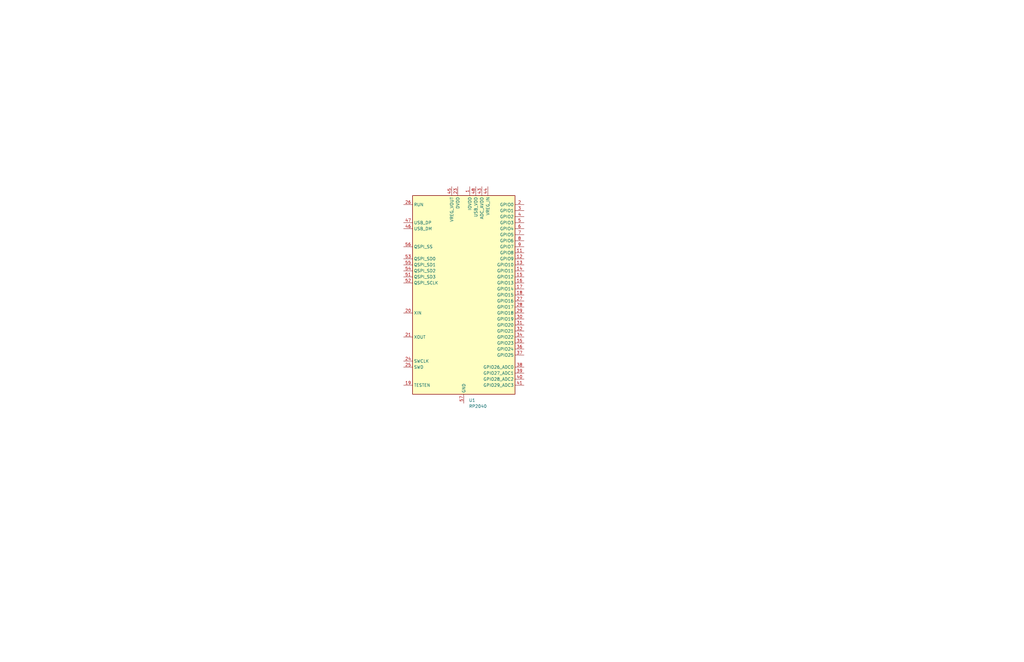
<source format=kicad_sch>
(kicad_sch
	(version 20250114)
	(generator "eeschema")
	(generator_version "9.0")
	(uuid "71d46858-c1d3-4044-8b5a-4338b45f747c")
	(paper "B")
	(title_block
		(title "Microcontroller")
		(date "2026-01-02")
		(rev "0.0")
		(company "Andy McCann KA3KAF and Doug McCann KA3KAG")
	)
	(lib_symbols
		(symbol "MCU_RaspberryPi:RP2040"
			(exclude_from_sim no)
			(in_bom yes)
			(on_board yes)
			(property "Reference" "U"
				(at 17.78 45.72 0)
				(effects
					(font
						(size 1.27 1.27)
					)
				)
			)
			(property "Value" "RP2040"
				(at 17.78 43.18 0)
				(effects
					(font
						(size 1.27 1.27)
					)
				)
			)
			(property "Footprint" "Package_DFN_QFN:QFN-56-1EP_7x7mm_P0.4mm_EP3.2x3.2mm"
				(at 0 0 0)
				(effects
					(font
						(size 1.27 1.27)
					)
					(hide yes)
				)
			)
			(property "Datasheet" "https://datasheets.raspberrypi.com/rp2040/rp2040-datasheet.pdf"
				(at 0 0 0)
				(effects
					(font
						(size 1.27 1.27)
					)
					(hide yes)
				)
			)
			(property "Description" "A microcontroller by Raspberry Pi"
				(at 0 0 0)
				(effects
					(font
						(size 1.27 1.27)
					)
					(hide yes)
				)
			)
			(property "ki_keywords" "RP2040 ARM Cortex-M0+ USB"
				(at 0 0 0)
				(effects
					(font
						(size 1.27 1.27)
					)
					(hide yes)
				)
			)
			(property "ki_fp_filters" "QFN*1EP*7x7mm?P0.4mm*"
				(at 0 0 0)
				(effects
					(font
						(size 1.27 1.27)
					)
					(hide yes)
				)
			)
			(symbol "RP2040_0_1"
				(rectangle
					(start -21.59 41.91)
					(end 21.59 -41.91)
					(stroke
						(width 0.254)
						(type default)
					)
					(fill
						(type background)
					)
				)
			)
			(symbol "RP2040_1_1"
				(pin input line
					(at -25.4 38.1 0)
					(length 3.81)
					(name "RUN"
						(effects
							(font
								(size 1.27 1.27)
							)
						)
					)
					(number "26"
						(effects
							(font
								(size 1.27 1.27)
							)
						)
					)
				)
				(pin bidirectional line
					(at -25.4 30.48 0)
					(length 3.81)
					(name "USB_DP"
						(effects
							(font
								(size 1.27 1.27)
							)
						)
					)
					(number "47"
						(effects
							(font
								(size 1.27 1.27)
							)
						)
					)
				)
				(pin bidirectional line
					(at -25.4 27.94 0)
					(length 3.81)
					(name "USB_DM"
						(effects
							(font
								(size 1.27 1.27)
							)
						)
					)
					(number "46"
						(effects
							(font
								(size 1.27 1.27)
							)
						)
					)
				)
				(pin bidirectional line
					(at -25.4 20.32 0)
					(length 3.81)
					(name "QSPI_SS"
						(effects
							(font
								(size 1.27 1.27)
							)
						)
					)
					(number "56"
						(effects
							(font
								(size 1.27 1.27)
							)
						)
					)
				)
				(pin bidirectional line
					(at -25.4 15.24 0)
					(length 3.81)
					(name "QSPI_SD0"
						(effects
							(font
								(size 1.27 1.27)
							)
						)
					)
					(number "53"
						(effects
							(font
								(size 1.27 1.27)
							)
						)
					)
				)
				(pin bidirectional line
					(at -25.4 12.7 0)
					(length 3.81)
					(name "QSPI_SD1"
						(effects
							(font
								(size 1.27 1.27)
							)
						)
					)
					(number "55"
						(effects
							(font
								(size 1.27 1.27)
							)
						)
					)
				)
				(pin bidirectional line
					(at -25.4 10.16 0)
					(length 3.81)
					(name "QSPI_SD2"
						(effects
							(font
								(size 1.27 1.27)
							)
						)
					)
					(number "54"
						(effects
							(font
								(size 1.27 1.27)
							)
						)
					)
				)
				(pin bidirectional line
					(at -25.4 7.62 0)
					(length 3.81)
					(name "QSPI_SD3"
						(effects
							(font
								(size 1.27 1.27)
							)
						)
					)
					(number "51"
						(effects
							(font
								(size 1.27 1.27)
							)
						)
					)
				)
				(pin output line
					(at -25.4 5.08 0)
					(length 3.81)
					(name "QSPI_SCLK"
						(effects
							(font
								(size 1.27 1.27)
							)
						)
					)
					(number "52"
						(effects
							(font
								(size 1.27 1.27)
							)
						)
					)
				)
				(pin input line
					(at -25.4 -7.62 0)
					(length 3.81)
					(name "XIN"
						(effects
							(font
								(size 1.27 1.27)
							)
						)
					)
					(number "20"
						(effects
							(font
								(size 1.27 1.27)
							)
						)
					)
				)
				(pin passive line
					(at -25.4 -17.78 0)
					(length 3.81)
					(name "XOUT"
						(effects
							(font
								(size 1.27 1.27)
							)
						)
					)
					(number "21"
						(effects
							(font
								(size 1.27 1.27)
							)
						)
					)
				)
				(pin input line
					(at -25.4 -27.94 0)
					(length 3.81)
					(name "SWCLK"
						(effects
							(font
								(size 1.27 1.27)
							)
						)
					)
					(number "24"
						(effects
							(font
								(size 1.27 1.27)
							)
						)
					)
				)
				(pin bidirectional line
					(at -25.4 -30.48 0)
					(length 3.81)
					(name "SWD"
						(effects
							(font
								(size 1.27 1.27)
							)
						)
					)
					(number "25"
						(effects
							(font
								(size 1.27 1.27)
							)
						)
					)
				)
				(pin input line
					(at -25.4 -38.1 0)
					(length 3.81)
					(name "TESTEN"
						(effects
							(font
								(size 1.27 1.27)
							)
						)
					)
					(number "19"
						(effects
							(font
								(size 1.27 1.27)
							)
						)
					)
				)
				(pin power_out line
					(at -5.08 45.72 270)
					(length 3.81)
					(name "VREG_VOUT"
						(effects
							(font
								(size 1.27 1.27)
							)
						)
					)
					(number "45"
						(effects
							(font
								(size 1.27 1.27)
							)
						)
					)
				)
				(pin power_in line
					(at -2.54 45.72 270)
					(length 3.81)
					(name "DVDD"
						(effects
							(font
								(size 1.27 1.27)
							)
						)
					)
					(number "23"
						(effects
							(font
								(size 1.27 1.27)
							)
						)
					)
				)
				(pin passive line
					(at -2.54 45.72 270)
					(length 3.81)
					(hide yes)
					(name "DVDD"
						(effects
							(font
								(size 1.27 1.27)
							)
						)
					)
					(number "50"
						(effects
							(font
								(size 1.27 1.27)
							)
						)
					)
				)
				(pin power_in line
					(at 0 -45.72 90)
					(length 3.81)
					(name "GND"
						(effects
							(font
								(size 1.27 1.27)
							)
						)
					)
					(number "57"
						(effects
							(font
								(size 1.27 1.27)
							)
						)
					)
				)
				(pin power_in line
					(at 2.54 45.72 270)
					(length 3.81)
					(name "IOVDD"
						(effects
							(font
								(size 1.27 1.27)
							)
						)
					)
					(number "1"
						(effects
							(font
								(size 1.27 1.27)
							)
						)
					)
				)
				(pin passive line
					(at 2.54 45.72 270)
					(length 3.81)
					(hide yes)
					(name "IOVDD"
						(effects
							(font
								(size 1.27 1.27)
							)
						)
					)
					(number "10"
						(effects
							(font
								(size 1.27 1.27)
							)
						)
					)
				)
				(pin passive line
					(at 2.54 45.72 270)
					(length 3.81)
					(hide yes)
					(name "IOVDD"
						(effects
							(font
								(size 1.27 1.27)
							)
						)
					)
					(number "22"
						(effects
							(font
								(size 1.27 1.27)
							)
						)
					)
				)
				(pin passive line
					(at 2.54 45.72 270)
					(length 3.81)
					(hide yes)
					(name "IOVDD"
						(effects
							(font
								(size 1.27 1.27)
							)
						)
					)
					(number "33"
						(effects
							(font
								(size 1.27 1.27)
							)
						)
					)
				)
				(pin passive line
					(at 2.54 45.72 270)
					(length 3.81)
					(hide yes)
					(name "IOVDD"
						(effects
							(font
								(size 1.27 1.27)
							)
						)
					)
					(number "42"
						(effects
							(font
								(size 1.27 1.27)
							)
						)
					)
				)
				(pin passive line
					(at 2.54 45.72 270)
					(length 3.81)
					(hide yes)
					(name "IOVDD"
						(effects
							(font
								(size 1.27 1.27)
							)
						)
					)
					(number "49"
						(effects
							(font
								(size 1.27 1.27)
							)
						)
					)
				)
				(pin power_in line
					(at 5.08 45.72 270)
					(length 3.81)
					(name "USB_VDD"
						(effects
							(font
								(size 1.27 1.27)
							)
						)
					)
					(number "48"
						(effects
							(font
								(size 1.27 1.27)
							)
						)
					)
				)
				(pin power_in line
					(at 7.62 45.72 270)
					(length 3.81)
					(name "ADC_AVDD"
						(effects
							(font
								(size 1.27 1.27)
							)
						)
					)
					(number "43"
						(effects
							(font
								(size 1.27 1.27)
							)
						)
					)
				)
				(pin power_in line
					(at 10.16 45.72 270)
					(length 3.81)
					(name "VREG_IN"
						(effects
							(font
								(size 1.27 1.27)
							)
						)
					)
					(number "44"
						(effects
							(font
								(size 1.27 1.27)
							)
						)
					)
				)
				(pin bidirectional line
					(at 25.4 38.1 180)
					(length 3.81)
					(name "GPIO0"
						(effects
							(font
								(size 1.27 1.27)
							)
						)
					)
					(number "2"
						(effects
							(font
								(size 1.27 1.27)
							)
						)
					)
				)
				(pin bidirectional line
					(at 25.4 35.56 180)
					(length 3.81)
					(name "GPIO1"
						(effects
							(font
								(size 1.27 1.27)
							)
						)
					)
					(number "3"
						(effects
							(font
								(size 1.27 1.27)
							)
						)
					)
				)
				(pin bidirectional line
					(at 25.4 33.02 180)
					(length 3.81)
					(name "GPIO2"
						(effects
							(font
								(size 1.27 1.27)
							)
						)
					)
					(number "4"
						(effects
							(font
								(size 1.27 1.27)
							)
						)
					)
				)
				(pin bidirectional line
					(at 25.4 30.48 180)
					(length 3.81)
					(name "GPIO3"
						(effects
							(font
								(size 1.27 1.27)
							)
						)
					)
					(number "5"
						(effects
							(font
								(size 1.27 1.27)
							)
						)
					)
				)
				(pin bidirectional line
					(at 25.4 27.94 180)
					(length 3.81)
					(name "GPIO4"
						(effects
							(font
								(size 1.27 1.27)
							)
						)
					)
					(number "6"
						(effects
							(font
								(size 1.27 1.27)
							)
						)
					)
				)
				(pin bidirectional line
					(at 25.4 25.4 180)
					(length 3.81)
					(name "GPIO5"
						(effects
							(font
								(size 1.27 1.27)
							)
						)
					)
					(number "7"
						(effects
							(font
								(size 1.27 1.27)
							)
						)
					)
				)
				(pin bidirectional line
					(at 25.4 22.86 180)
					(length 3.81)
					(name "GPIO6"
						(effects
							(font
								(size 1.27 1.27)
							)
						)
					)
					(number "8"
						(effects
							(font
								(size 1.27 1.27)
							)
						)
					)
				)
				(pin bidirectional line
					(at 25.4 20.32 180)
					(length 3.81)
					(name "GPIO7"
						(effects
							(font
								(size 1.27 1.27)
							)
						)
					)
					(number "9"
						(effects
							(font
								(size 1.27 1.27)
							)
						)
					)
				)
				(pin bidirectional line
					(at 25.4 17.78 180)
					(length 3.81)
					(name "GPIO8"
						(effects
							(font
								(size 1.27 1.27)
							)
						)
					)
					(number "11"
						(effects
							(font
								(size 1.27 1.27)
							)
						)
					)
				)
				(pin bidirectional line
					(at 25.4 15.24 180)
					(length 3.81)
					(name "GPIO9"
						(effects
							(font
								(size 1.27 1.27)
							)
						)
					)
					(number "12"
						(effects
							(font
								(size 1.27 1.27)
							)
						)
					)
				)
				(pin bidirectional line
					(at 25.4 12.7 180)
					(length 3.81)
					(name "GPIO10"
						(effects
							(font
								(size 1.27 1.27)
							)
						)
					)
					(number "13"
						(effects
							(font
								(size 1.27 1.27)
							)
						)
					)
				)
				(pin bidirectional line
					(at 25.4 10.16 180)
					(length 3.81)
					(name "GPIO11"
						(effects
							(font
								(size 1.27 1.27)
							)
						)
					)
					(number "14"
						(effects
							(font
								(size 1.27 1.27)
							)
						)
					)
				)
				(pin bidirectional line
					(at 25.4 7.62 180)
					(length 3.81)
					(name "GPIO12"
						(effects
							(font
								(size 1.27 1.27)
							)
						)
					)
					(number "15"
						(effects
							(font
								(size 1.27 1.27)
							)
						)
					)
				)
				(pin bidirectional line
					(at 25.4 5.08 180)
					(length 3.81)
					(name "GPIO13"
						(effects
							(font
								(size 1.27 1.27)
							)
						)
					)
					(number "16"
						(effects
							(font
								(size 1.27 1.27)
							)
						)
					)
				)
				(pin bidirectional line
					(at 25.4 2.54 180)
					(length 3.81)
					(name "GPIO14"
						(effects
							(font
								(size 1.27 1.27)
							)
						)
					)
					(number "17"
						(effects
							(font
								(size 1.27 1.27)
							)
						)
					)
				)
				(pin bidirectional line
					(at 25.4 0 180)
					(length 3.81)
					(name "GPIO15"
						(effects
							(font
								(size 1.27 1.27)
							)
						)
					)
					(number "18"
						(effects
							(font
								(size 1.27 1.27)
							)
						)
					)
				)
				(pin bidirectional line
					(at 25.4 -2.54 180)
					(length 3.81)
					(name "GPIO16"
						(effects
							(font
								(size 1.27 1.27)
							)
						)
					)
					(number "27"
						(effects
							(font
								(size 1.27 1.27)
							)
						)
					)
				)
				(pin bidirectional line
					(at 25.4 -5.08 180)
					(length 3.81)
					(name "GPIO17"
						(effects
							(font
								(size 1.27 1.27)
							)
						)
					)
					(number "28"
						(effects
							(font
								(size 1.27 1.27)
							)
						)
					)
				)
				(pin bidirectional line
					(at 25.4 -7.62 180)
					(length 3.81)
					(name "GPIO18"
						(effects
							(font
								(size 1.27 1.27)
							)
						)
					)
					(number "29"
						(effects
							(font
								(size 1.27 1.27)
							)
						)
					)
				)
				(pin bidirectional line
					(at 25.4 -10.16 180)
					(length 3.81)
					(name "GPIO19"
						(effects
							(font
								(size 1.27 1.27)
							)
						)
					)
					(number "30"
						(effects
							(font
								(size 1.27 1.27)
							)
						)
					)
				)
				(pin bidirectional line
					(at 25.4 -12.7 180)
					(length 3.81)
					(name "GPIO20"
						(effects
							(font
								(size 1.27 1.27)
							)
						)
					)
					(number "31"
						(effects
							(font
								(size 1.27 1.27)
							)
						)
					)
				)
				(pin bidirectional line
					(at 25.4 -15.24 180)
					(length 3.81)
					(name "GPIO21"
						(effects
							(font
								(size 1.27 1.27)
							)
						)
					)
					(number "32"
						(effects
							(font
								(size 1.27 1.27)
							)
						)
					)
				)
				(pin bidirectional line
					(at 25.4 -17.78 180)
					(length 3.81)
					(name "GPIO22"
						(effects
							(font
								(size 1.27 1.27)
							)
						)
					)
					(number "34"
						(effects
							(font
								(size 1.27 1.27)
							)
						)
					)
				)
				(pin bidirectional line
					(at 25.4 -20.32 180)
					(length 3.81)
					(name "GPIO23"
						(effects
							(font
								(size 1.27 1.27)
							)
						)
					)
					(number "35"
						(effects
							(font
								(size 1.27 1.27)
							)
						)
					)
				)
				(pin bidirectional line
					(at 25.4 -22.86 180)
					(length 3.81)
					(name "GPIO24"
						(effects
							(font
								(size 1.27 1.27)
							)
						)
					)
					(number "36"
						(effects
							(font
								(size 1.27 1.27)
							)
						)
					)
				)
				(pin bidirectional line
					(at 25.4 -25.4 180)
					(length 3.81)
					(name "GPIO25"
						(effects
							(font
								(size 1.27 1.27)
							)
						)
					)
					(number "37"
						(effects
							(font
								(size 1.27 1.27)
							)
						)
					)
				)
				(pin bidirectional line
					(at 25.4 -30.48 180)
					(length 3.81)
					(name "GPIO26_ADC0"
						(effects
							(font
								(size 1.27 1.27)
							)
						)
					)
					(number "38"
						(effects
							(font
								(size 1.27 1.27)
							)
						)
					)
				)
				(pin bidirectional line
					(at 25.4 -33.02 180)
					(length 3.81)
					(name "GPIO27_ADC1"
						(effects
							(font
								(size 1.27 1.27)
							)
						)
					)
					(number "39"
						(effects
							(font
								(size 1.27 1.27)
							)
						)
					)
				)
				(pin bidirectional line
					(at 25.4 -35.56 180)
					(length 3.81)
					(name "GPIO28_ADC2"
						(effects
							(font
								(size 1.27 1.27)
							)
						)
					)
					(number "40"
						(effects
							(font
								(size 1.27 1.27)
							)
						)
					)
				)
				(pin bidirectional line
					(at 25.4 -38.1 180)
					(length 3.81)
					(name "GPIO29_ADC3"
						(effects
							(font
								(size 1.27 1.27)
							)
						)
					)
					(number "41"
						(effects
							(font
								(size 1.27 1.27)
							)
						)
					)
				)
			)
			(embedded_fonts no)
		)
	)
	(symbol
		(lib_id "MCU_RaspberryPi:RP2040")
		(at 195.58 124.46 0)
		(unit 1)
		(exclude_from_sim no)
		(in_bom yes)
		(on_board yes)
		(dnp no)
		(fields_autoplaced yes)
		(uuid "d16b5bf7-70e8-4d98-87cb-20dae15f2311")
		(property "Reference" "U1"
			(at 197.7233 168.91 0)
			(effects
				(font
					(size 1.27 1.27)
				)
				(justify left)
			)
		)
		(property "Value" "RP2040"
			(at 197.7233 171.45 0)
			(effects
				(font
					(size 1.27 1.27)
				)
				(justify left)
			)
		)
		(property "Footprint" "Package_DFN_QFN:QFN-56-1EP_7x7mm_P0.4mm_EP3.2x3.2mm"
			(at 195.58 124.46 0)
			(effects
				(font
					(size 1.27 1.27)
				)
				(hide yes)
			)
		)
		(property "Datasheet" "https://datasheets.raspberrypi.com/rp2040/rp2040-datasheet.pdf"
			(at 195.58 124.46 0)
			(effects
				(font
					(size 1.27 1.27)
				)
				(hide yes)
			)
		)
		(property "Description" "A microcontroller by Raspberry Pi"
			(at 195.58 124.46 0)
			(effects
				(font
					(size 1.27 1.27)
				)
				(hide yes)
			)
		)
		(pin "41"
			(uuid "570e785c-b5e1-434f-b0ba-414a0b033a7f")
		)
		(pin "37"
			(uuid "452ad9af-abd0-4069-8362-052ac53a1a96")
		)
		(pin "24"
			(uuid "3dea8657-f86f-402a-8351-871145fb6092")
		)
		(pin "27"
			(uuid "976ad2ad-8531-478f-b743-4ca58f161616")
		)
		(pin "40"
			(uuid "6f550686-5d54-48bf-95a8-034ae5a05eaf")
		)
		(pin "19"
			(uuid "911ec51f-9043-44b0-96fd-fee0b112bf09")
		)
		(pin "4"
			(uuid "a30c8a40-cd14-4060-bdc7-db060108d43c")
		)
		(pin "30"
			(uuid "57e1e127-caa0-447e-b681-97926722f081")
		)
		(pin "10"
			(uuid "c00c4138-0728-4bf1-b52d-b8ded410ce00")
		)
		(pin "46"
			(uuid "5298de42-90fc-4745-88c1-e215b8d246ce")
		)
		(pin "47"
			(uuid "eb704abf-139a-4847-b52f-1eff6ac3abd2")
		)
		(pin "51"
			(uuid "53a723ee-7891-4a53-be5e-bfca2dfc340b")
		)
		(pin "39"
			(uuid "b6901c40-8f97-4306-ad84-26eebd657660")
		)
		(pin "34"
			(uuid "a4ff7565-4f03-4aed-958e-960ab334ddf9")
		)
		(pin "20"
			(uuid "4fd598ba-897b-4c76-a5f4-6029bddf89be")
		)
		(pin "17"
			(uuid "0c120609-af82-4700-b64a-1df0871d1b6d")
		)
		(pin "2"
			(uuid "6b9bc917-af01-4f99-9bd4-e2ff7a9a37c0")
		)
		(pin "22"
			(uuid "479d527d-e7ec-40b6-8560-7571ede8751c")
		)
		(pin "35"
			(uuid "104004ef-1686-47c7-a98c-1735cddf14a5")
		)
		(pin "31"
			(uuid "6b4abca4-0bd5-4383-a3b3-6bbbf38068d8")
		)
		(pin "13"
			(uuid "471c7c24-383a-4280-8046-8e8d08d75e38")
		)
		(pin "38"
			(uuid "f181e30c-e2e1-438f-96ad-975de7ddd5fb")
		)
		(pin "7"
			(uuid "d83a3632-93ff-478d-9af0-27ec13eb303b")
		)
		(pin "9"
			(uuid "66e30950-5650-4e42-a301-38d1bf0431fb")
		)
		(pin "36"
			(uuid "6c291fd0-f2ac-4b1e-bc95-60f9b975912c")
		)
		(pin "26"
			(uuid "61ee3ce7-0bd4-4690-b0e7-5ac335cb3e52")
		)
		(pin "28"
			(uuid "1c1b7aff-6cfb-4490-a165-84fa1fd522ad")
		)
		(pin "48"
			(uuid "f52c402b-6149-4659-a0ea-da139d94c53c")
		)
		(pin "56"
			(uuid "afa6eaba-3775-426a-89e1-7b563a903ac8")
		)
		(pin "53"
			(uuid "c9fe23f2-09d7-4f10-b25c-19c0d66e7f8b")
		)
		(pin "5"
			(uuid "54e4e468-2166-42bf-8e54-5b70c1bbbf8e")
		)
		(pin "55"
			(uuid "cab37755-d15a-41be-9a22-50473007a7f1")
		)
		(pin "54"
			(uuid "24673876-375d-46fb-9c05-841e4a75cfb5")
		)
		(pin "6"
			(uuid "89274039-06cd-4a3c-ad1c-e0c5808dc425")
		)
		(pin "21"
			(uuid "6b99b20f-61a2-441f-aa5b-0330f2502091")
		)
		(pin "42"
			(uuid "66ffec31-b020-46db-8fe9-79938ed65f3a")
		)
		(pin "8"
			(uuid "802ba951-10bf-4af3-8ae0-d763f954d5e5")
		)
		(pin "43"
			(uuid "d453854f-d837-41a2-baff-3b18ffffbd1a")
		)
		(pin "33"
			(uuid "58d03ae7-f336-430b-94fa-f54fb2affa81")
		)
		(pin "44"
			(uuid "14eafc1d-3c41-4726-82f7-4dfb1ab01cc9")
		)
		(pin "50"
			(uuid "abf0e637-7b50-4ad4-bcad-7ab8cf055950")
		)
		(pin "12"
			(uuid "c73fd956-5cd2-42e8-98c5-cbde320c830f")
		)
		(pin "1"
			(uuid "2db0e1cf-65e1-4f7a-a938-b745f857f730")
		)
		(pin "23"
			(uuid "b4d3ad83-f98a-4c10-a4b5-72de02c99929")
		)
		(pin "16"
			(uuid "42b01b83-24dd-439e-8586-bad4128568ea")
		)
		(pin "29"
			(uuid "0f1c54a8-55a5-4aea-af7c-714dfc587215")
		)
		(pin "18"
			(uuid "113b9e38-e5ee-4be1-96b8-ef0bea78adf1")
		)
		(pin "11"
			(uuid "3b956cbb-e894-43f0-9126-4dec64ce571b")
		)
		(pin "49"
			(uuid "c61e4c16-4bd8-4416-8cd9-f35c92a3fd8e")
		)
		(pin "52"
			(uuid "0bfb11f2-dc63-4f7b-b6e3-b789b2aa9459")
		)
		(pin "25"
			(uuid "34886fee-ec87-4eee-82a7-8b962c3bc156")
		)
		(pin "15"
			(uuid "e993fbf3-35aa-497f-93d5-13b62152616f")
		)
		(pin "3"
			(uuid "97620993-11f7-43d8-a43f-552678917aad")
		)
		(pin "32"
			(uuid "6c8c185b-0680-4182-afeb-fb00993d8580")
		)
		(pin "14"
			(uuid "26222640-5b11-473e-ae67-67bd5a392bf3")
		)
		(pin "57"
			(uuid "1d9adc1b-d4ee-4528-ae8e-801a51cb935c")
		)
		(pin "45"
			(uuid "a8b75487-1b5b-4438-93a1-befda4d5b02f")
		)
		(instances
			(project ""
				(path "/fe42ca2f-2bb8-4d5a-9e84-807788ed632f/27cecad5-c0fc-4afc-95d0-cabdd6a56668"
					(reference "U1")
					(unit 1)
				)
			)
		)
	)
)

</source>
